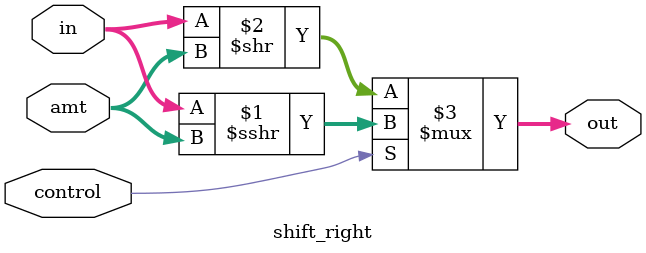
<source format=v>
module shift_right #(
    parameter BUS_WIDTH=64
)(
    input wire signed [(BUS_WIDTH - 1):0] in,
    input wire [($clog2(BUS_WIDTH) - 1):0] amt,

    /* 0 -> logical shift
       1 -> arithmetic shift */
    input wire control,

    output wire [(BUS_WIDTH - 1):0] out
);
    assign out = control ? (in >>> amt): (in >> amt);
endmodule
</source>
